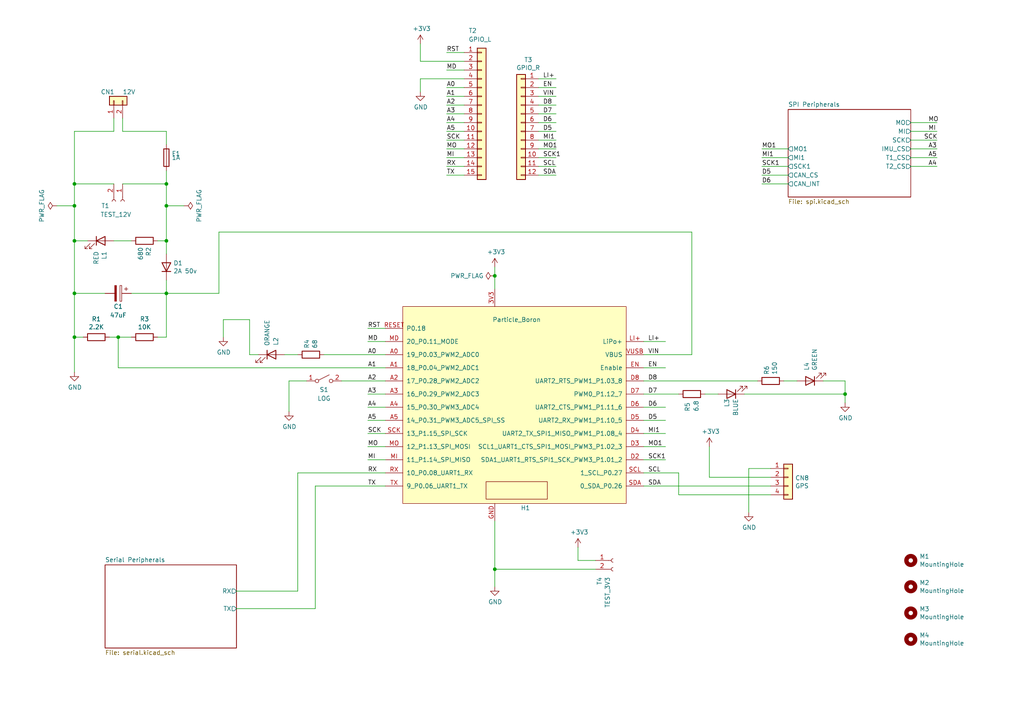
<source format=kicad_sch>
(kicad_sch (version 20211123) (generator eeschema)
  (paper "A4")
  (lib_symbols
    (symbol "Connector:Conn_01x02_Female" (pin_names (offset 1.016) hide)
      (property "Reference" "J" (at 0 2.54 0))
      (property "Value" "Conn_01x02_Female" (at 0 -5.08 0))
      (symbol "Conn_01x02_Female_1_1"
        (arc (start 0 -2.032) (mid -0.508 -2.54) (end 0 -3.048) (stroke (width 0.1524)))
        (polyline (pts (xy -1.27 -2.54) (xy -0.508 -2.54)) (stroke (width 0.1524)))
        (polyline (pts (xy -1.27 0) (xy -0.508 0)) (stroke (width 0.1524)))
        (arc (start 0 0.508) (mid -0.508 0) (end 0 -0.508) (stroke (width 0.1524)))
        (pin passive line (at -5.08 0 0) (length 3.81) (name "Pin_1") (number "1"))
        (pin passive line (at -5.08 -2.54 0) (length 3.81) (name "Pin_2") (number "2"))
      )
    )
    (symbol "Connector_Generic:Conn_01x02" (pin_names (offset 1.016) hide)
      (property "Reference" "J" (at 0 2.54 0))
      (property "Value" "Conn_01x02" (at 0 -5.08 0))
      (symbol "Conn_01x02_1_1"
        (rectangle (start -1.27 -2.413) (end 0 -2.667) (stroke (width 0.1524)))
        (rectangle (start -1.27 0.127) (end 0 -0.127) (stroke (width 0.1524)))
        (rectangle (start -1.27 1.27) (end 1.27 -3.81) (stroke (width 0.254)) (fill (type background)))
        (pin passive line (at -5.08 0 0) (length 3.81) (name "Pin_1") (number "1"))
        (pin passive line (at -5.08 -2.54 0) (length 3.81) (name "Pin_2") (number "2"))
      )
    )
    (symbol "Connector_Generic:Conn_01x04" (pin_names (offset 1.016) hide)
      (property "Reference" "J" (at 0 5.08 0))
      (property "Value" "Conn_01x04" (at 0 -7.62 0))
      (symbol "Conn_01x04_1_1"
        (rectangle (start -1.27 -4.953) (end 0 -5.207) (stroke (width 0.1524)))
        (rectangle (start -1.27 -2.413) (end 0 -2.667) (stroke (width 0.1524)))
        (rectangle (start -1.27 0.127) (end 0 -0.127) (stroke (width 0.1524)))
        (rectangle (start -1.27 2.667) (end 0 2.413) (stroke (width 0.1524)))
        (rectangle (start -1.27 3.81) (end 1.27 -6.35) (stroke (width 0.254)) (fill (type background)))
        (pin passive line (at -5.08 2.54 0) (length 3.81) (name "Pin_1") (number "1"))
        (pin passive line (at -5.08 0 0) (length 3.81) (name "Pin_2") (number "2"))
        (pin passive line (at -5.08 -2.54 0) (length 3.81) (name "Pin_3") (number "3"))
        (pin passive line (at -5.08 -5.08 0) (length 3.81) (name "Pin_4") (number "4"))
      )
    )
    (symbol "Connector_Generic:Conn_01x12" (pin_names (offset 1.016) hide)
      (property "Reference" "J" (at 0 15.24 0))
      (property "Value" "Conn_01x12" (at 0 -17.78 0))
      (symbol "Conn_01x12_1_1"
        (rectangle (start -1.27 -15.113) (end 0 -15.367) (stroke (width 0.1524)))
        (rectangle (start -1.27 -12.573) (end 0 -12.827) (stroke (width 0.1524)))
        (rectangle (start -1.27 -10.033) (end 0 -10.287) (stroke (width 0.1524)))
        (rectangle (start -1.27 -7.493) (end 0 -7.747) (stroke (width 0.1524)))
        (rectangle (start -1.27 -4.953) (end 0 -5.207) (stroke (width 0.1524)))
        (rectangle (start -1.27 -2.413) (end 0 -2.667) (stroke (width 0.1524)))
        (rectangle (start -1.27 0.127) (end 0 -0.127) (stroke (width 0.1524)))
        (rectangle (start -1.27 2.667) (end 0 2.413) (stroke (width 0.1524)))
        (rectangle (start -1.27 5.207) (end 0 4.953) (stroke (width 0.1524)))
        (rectangle (start -1.27 7.747) (end 0 7.493) (stroke (width 0.1524)))
        (rectangle (start -1.27 10.287) (end 0 10.033) (stroke (width 0.1524)))
        (rectangle (start -1.27 12.827) (end 0 12.573) (stroke (width 0.1524)))
        (rectangle (start -1.27 13.97) (end 1.27 -16.51) (stroke (width 0.254)) (fill (type background)))
        (pin passive line (at -5.08 12.7 0) (length 3.81) (name "Pin_1") (number "1"))
        (pin passive line (at -5.08 -10.16 0) (length 3.81) (name "Pin_10") (number "10"))
        (pin passive line (at -5.08 -12.7 0) (length 3.81) (name "Pin_11") (number "11"))
        (pin passive line (at -5.08 -15.24 0) (length 3.81) (name "Pin_12") (number "12"))
        (pin passive line (at -5.08 10.16 0) (length 3.81) (name "Pin_2") (number "2"))
        (pin passive line (at -5.08 7.62 0) (length 3.81) (name "Pin_3") (number "3"))
        (pin passive line (at -5.08 5.08 0) (length 3.81) (name "Pin_4") (number "4"))
        (pin passive line (at -5.08 2.54 0) (length 3.81) (name "Pin_5") (number "5"))
        (pin passive line (at -5.08 0 0) (length 3.81) (name "Pin_6") (number "6"))
        (pin passive line (at -5.08 -2.54 0) (length 3.81) (name "Pin_7") (number "7"))
        (pin passive line (at -5.08 -5.08 0) (length 3.81) (name "Pin_8") (number "8"))
        (pin passive line (at -5.08 -7.62 0) (length 3.81) (name "Pin_9") (number "9"))
      )
    )
    (symbol "Connector_Generic:Conn_01x15" (pin_names (offset 1.016) hide)
      (property "Reference" "J" (at 0 20.32 0))
      (property "Value" "Conn_01x15" (at 0 -20.32 0))
      (symbol "Conn_01x15_1_1"
        (rectangle (start -1.27 -17.653) (end 0 -17.907) (stroke (width 0.1524)))
        (rectangle (start -1.27 -15.113) (end 0 -15.367) (stroke (width 0.1524)))
        (rectangle (start -1.27 -12.573) (end 0 -12.827) (stroke (width 0.1524)))
        (rectangle (start -1.27 -10.033) (end 0 -10.287) (stroke (width 0.1524)))
        (rectangle (start -1.27 -7.493) (end 0 -7.747) (stroke (width 0.1524)))
        (rectangle (start -1.27 -4.953) (end 0 -5.207) (stroke (width 0.1524)))
        (rectangle (start -1.27 -2.413) (end 0 -2.667) (stroke (width 0.1524)))
        (rectangle (start -1.27 0.127) (end 0 -0.127) (stroke (width 0.1524)))
        (rectangle (start -1.27 2.667) (end 0 2.413) (stroke (width 0.1524)))
        (rectangle (start -1.27 5.207) (end 0 4.953) (stroke (width 0.1524)))
        (rectangle (start -1.27 7.747) (end 0 7.493) (stroke (width 0.1524)))
        (rectangle (start -1.27 10.287) (end 0 10.033) (stroke (width 0.1524)))
        (rectangle (start -1.27 12.827) (end 0 12.573) (stroke (width 0.1524)))
        (rectangle (start -1.27 15.367) (end 0 15.113) (stroke (width 0.1524)))
        (rectangle (start -1.27 17.907) (end 0 17.653) (stroke (width 0.1524)))
        (rectangle (start -1.27 19.05) (end 1.27 -19.05) (stroke (width 0.254)) (fill (type background)))
        (pin passive line (at -5.08 17.78 0) (length 3.81) (name "Pin_1") (number "1"))
        (pin passive line (at -5.08 -5.08 0) (length 3.81) (name "Pin_10") (number "10"))
        (pin passive line (at -5.08 -7.62 0) (length 3.81) (name "Pin_11") (number "11"))
        (pin passive line (at -5.08 -10.16 0) (length 3.81) (name "Pin_12") (number "12"))
        (pin passive line (at -5.08 -12.7 0) (length 3.81) (name "Pin_13") (number "13"))
        (pin passive line (at -5.08 -15.24 0) (length 3.81) (name "Pin_14") (number "14"))
        (pin passive line (at -5.08 -17.78 0) (length 3.81) (name "Pin_15") (number "15"))
        (pin passive line (at -5.08 15.24 0) (length 3.81) (name "Pin_2") (number "2"))
        (pin passive line (at -5.08 12.7 0) (length 3.81) (name "Pin_3") (number "3"))
        (pin passive line (at -5.08 10.16 0) (length 3.81) (name "Pin_4") (number "4"))
        (pin passive line (at -5.08 7.62 0) (length 3.81) (name "Pin_5") (number "5"))
        (pin passive line (at -5.08 5.08 0) (length 3.81) (name "Pin_6") (number "6"))
        (pin passive line (at -5.08 2.54 0) (length 3.81) (name "Pin_7") (number "7"))
        (pin passive line (at -5.08 0 0) (length 3.81) (name "Pin_8") (number "8"))
        (pin passive line (at -5.08 -2.54 0) (length 3.81) (name "Pin_9") (number "9"))
      )
    )
    (symbol "Device:Fuse" (pin_numbers hide) (pin_names (offset 0))
      (property "Reference" "F" (at 2.032 0 90))
      (property "Value" "Fuse" (at -1.905 0 90))
      (symbol "Fuse_0_1"
        (rectangle (start -0.762 -2.54) (end 0.762 2.54) (stroke (width 0.254)))
        (polyline (pts (xy 0 2.54) (xy 0 -2.54)))
      )
      (symbol "Fuse_1_1"
        (pin passive line (at 0 3.81 270) (length 1.27) (name "~") (number "1"))
        (pin passive line (at 0 -3.81 90) (length 1.27) (name "~") (number "2"))
      )
    )
    (symbol "Device:LED" (pin_numbers hide) (pin_names (offset 1.016) hide)
      (property "Reference" "D" (at 0 2.54 0))
      (property "Value" "LED" (at 0 -2.54 0))
      (symbol "LED_0_1"
        (polyline (pts (xy -1.27 -1.27) (xy -1.27 1.27)) (stroke (width 0.254)))
        (polyline (pts (xy -1.27 0) (xy 1.27 0)))
        (polyline (pts (xy 1.27 -1.27) (xy 1.27 1.27) (xy -1.27 0) (xy 1.27 -1.27)) (stroke (width 0.254)))
        (polyline (pts (xy -3.048 -0.762) (xy -4.572 -2.286) (xy -3.81 -2.286) (xy -4.572 -2.286) (xy -4.572 -1.524)))
        (polyline (pts (xy -1.778 -0.762) (xy -3.302 -2.286) (xy -2.54 -2.286) (xy -3.302 -2.286) (xy -3.302 -1.524)))
      )
      (symbol "LED_1_1"
        (pin passive line (at -3.81 0 0) (length 2.54) (name "K") (number "1"))
        (pin passive line (at 3.81 0 180) (length 2.54) (name "A") (number "2"))
      )
    )
    (symbol "Device:R" (pin_numbers hide) (pin_names (offset 0))
      (property "Reference" "R" (at 2.032 0 90))
      (property "Value" "R" (at 0 0 90))
      (symbol "R_0_1"
        (rectangle (start -1.016 -2.54) (end 1.016 2.54) (stroke (width 0.254)))
      )
      (symbol "R_1_1"
        (pin passive line (at 0 3.81 270) (length 1.27) (name "~") (number "1"))
        (pin passive line (at 0 -3.81 90) (length 1.27) (name "~") (number "2"))
      )
    )
    (symbol "Mechanical:MountingHole" (pin_names (offset 1.016))
      (property "Reference" "H" (at 0 5.08 0))
      (property "Value" "MountingHole" (at 0 3.175 0))
      (symbol "MountingHole_0_1"
        (circle (center 0 0) (radius 1.27) (stroke (width 1.27)))
      )
    )
    (symbol "Switch:SW_SPST" (pin_names (offset 0) hide)
      (property "Reference" "SW" (at 0 3.175 0))
      (property "Value" "SW_SPST" (at 0 -2.54 0))
      (symbol "SW_SPST_0_0"
        (circle (center -2.032 0) (radius 0.508))
        (polyline (pts (xy -1.524 0.254) (xy 1.524 1.778)))
        (circle (center 2.032 0) (radius 0.508))
      )
      (symbol "SW_SPST_1_1"
        (pin passive line (at -5.08 0 0) (length 2.54) (name "A") (number "1"))
        (pin passive line (at 5.08 0 180) (length 2.54) (name "B") (number "2"))
      )
    )
    (symbol "power:+3V3" (power) (pin_names (offset 0))
      (property "Value" "+3V3" (at 0 3.556 0))
      (symbol "+3V3_0_1"
        (polyline (pts (xy -0.762 1.27) (xy 0 2.54)))
        (polyline (pts (xy 0 0) (xy 0 2.54)))
        (polyline (pts (xy 0 2.54) (xy 0.762 1.27)))
      )
      (symbol "+3V3_1_1"
        (pin power_in line (at 0 0 90) (length 0) hide (name "+3V3") (number "1"))
      )
    )
    (symbol "power:GND" (power) (pin_names (offset 0))
      (property "Value" "GND" (at 0 -3.81 0))
      (symbol "GND_0_1"
        (polyline (pts (xy 0 0) (xy 0 -1.27) (xy 1.27 -1.27) (xy 0 -2.54) (xy -1.27 -1.27) (xy 0 -1.27)))
      )
      (symbol "GND_1_1"
        (pin power_in line (at 0 0 270) (length 0) hide (name "GND") (number "1"))
      )
    )
    (symbol "power:PWR_FLAG" (power) (pin_numbers hide) (pin_names (offset 0) hide)
      (property "Value" "PWR_FLAG" (at 0 3.81 0))
      (symbol "PWR_FLAG_0_0"
        (pin power_out line (at 0 0 90) (length 0) (name "pwr") (number "1"))
      )
      (symbol "PWR_FLAG_0_1"
        (polyline (pts (xy 0 0) (xy 0 1.27) (xy -1.016 1.905) (xy 0 2.54) (xy 1.016 1.905) (xy 0 1.27)))
      )
    )
    (symbol "telemetry-pcb-rescue:CP-Device" (pin_numbers hide) (pin_names (offset 0.254))
      (property "Reference" "C" (at 0.635 2.54 0))
      (property "Value" "CP-Device" (at 0.635 -2.54 0))
      (symbol "CP-Device_0_1"
        (rectangle (start -2.286 0.508) (end 2.286 1.016))
        (polyline (pts (xy -1.778 2.286) (xy -0.762 2.286)))
        (polyline (pts (xy -1.27 2.794) (xy -1.27 1.778)))
        (rectangle (start 2.286 -0.508) (end -2.286 -1.016) (fill (type outline)))
      )
      (symbol "CP-Device_1_1"
        (pin passive line (at 0 3.81 270) (length 2.794) (name "~") (number "1"))
        (pin passive line (at 0 -3.81 90) (length 2.794) (name "~") (number "2"))
      )
    )
    (symbol "telemetry-pcb-rescue:D-Device" (pin_numbers hide) (pin_names (offset 1.016) hide)
      (property "Reference" "D" (at 0 2.54 0))
      (property "Value" "D-Device" (at 0 -2.54 0))
      (symbol "D-Device_0_1"
        (polyline (pts (xy -1.27 1.27) (xy -1.27 -1.27)) (stroke (width 0.254)))
        (polyline (pts (xy 1.27 0) (xy -1.27 0)))
        (polyline (pts (xy 1.27 1.27) (xy 1.27 -1.27) (xy -1.27 0) (xy 1.27 1.27)) (stroke (width 0.254)))
      )
      (symbol "D-Device_1_1"
        (pin output line (at -3.81 0 0) (length 2.54) (name "K") (number "1"))
        (pin passive line (at 3.81 0 180) (length 2.54) (name "A") (number "2"))
      )
    )
    (symbol "telemetry-pcb-rescue:Particle_Boron-particle-telemetry-pcb-rescue-telemetry-pcb-rescue" (pin_names (offset 1.016))
      (property "Reference" "A" (at -21.59 29.21 0))
      (property "Value" "Particle_Boron-particle-telemetry-pcb-rescue-telemetry-pcb-rescue" (at 1.27 -27.94 0))
      (symbol "Particle_Boron-particle-telemetry-pcb-rescue-telemetry-pcb-rescue_0_1"
        (rectangle (start -31.75 25.4) (end 33.02 -31.75) (fill (type background)))
        (rectangle (start -7.62 -25.4) (end 10.16 -30.48))
      )
      (symbol "Particle_Boron-particle-telemetry-pcb-rescue-telemetry-pcb-rescue_1_1"
        (pin power_in line (at -5.08 30.48 270) (length 5.08) (name "~") (number "3V3"))
        (pin bidirectional line (at -36.83 11.43 0) (length 5.08) (name "19_P0.03_PWM2_ADC0") (number "A0"))
        (pin bidirectional line (at -36.83 7.62 0) (length 5.08) (name "18_P0.04_PWM2_ADC1") (number "A1"))
        (pin bidirectional line (at -36.83 3.81 0) (length 5.08) (name "17_P0.28_PWM2_ADC2") (number "A2"))
        (pin bidirectional line (at -36.83 0 0) (length 5.08) (name "16_P0.29_PWM2_ADC3") (number "A3"))
        (pin bidirectional line (at -36.83 -3.81 0) (length 5.08) (name "15_P0.30_PWM3_ADC4") (number "A4"))
        (pin bidirectional line (at -36.83 -7.62 0) (length 5.08) (name "14_P0.31_PWM3_ADC5_SPI_SS") (number "A5"))
        (pin bidirectional line (at 38.1 -19.05 180) (length 5.08) (name "SDA1_UART1_RTS_SPI1_SCK_PWM3_P1.01_2") (number "D2"))
        (pin bidirectional line (at 38.1 -15.24 180) (length 5.08) (name "SCL1_UART1_CTS_SPI1_MOSI_PWM3_P1.02_3") (number "D3"))
        (pin bidirectional line (at 38.1 -11.43 180) (length 5.08) (name "UART2_TX_SPI1_MISO_PWM1_P1.08_4") (number "D4"))
        (pin bidirectional line (at 38.1 -7.62 180) (length 5.08) (name "UART2_RX_PWM1_P1.10_5") (number "D5"))
        (pin bidirectional line (at 38.1 -3.81 180) (length 5.08) (name "UART2_CTS_PWM1_P1.11_6") (number "D6"))
        (pin bidirectional line (at 38.1 0 180) (length 5.08) (name "PWM0_P1.12_7") (number "D7"))
        (pin bidirectional line (at 38.1 3.81 180) (length 5.08) (name "UART2_RTS_PWM1_P1.03_8") (number "D8"))
        (pin passive line (at 38.1 7.62 180) (length 5.08) (name "Enable") (number "EN"))
        (pin power_in line (at -5.08 -36.83 90) (length 5.08) (name "~") (number "GND"))
        (pin bidirectional line (at 38.1 15.24 180) (length 5.08) (name "LiPo+") (number "LI+"))
        (pin passive line (at -36.83 15.24 0) (length 5.08) (name "20_P0.11_MODE") (number "MD"))
        (pin bidirectional line (at -36.83 -19.05 0) (length 5.08) (name "11_P1.14_SPI_MISO") (number "MI"))
        (pin bidirectional line (at -36.83 -15.24 0) (length 5.08) (name "12_P1.13_SPI_MOSI") (number "MO"))
        (pin passive line (at -36.83 19.05 0) (length 5.08) (name "P0.18") (number "RESET"))
        (pin input line (at -36.83 -22.86 0) (length 5.08) (name "10_P0.08_UART1_RX") (number "RX"))
        (pin bidirectional line (at -36.83 -11.43 0) (length 5.08) (name "13_P1.15_SPI_SCK") (number "SCK"))
        (pin bidirectional line (at 38.1 -22.86 180) (length 5.08) (name "1_SCL_P0.27") (number "SCL"))
        (pin bidirectional line (at 38.1 -26.67 180) (length 5.08) (name "0_SDA_P0.26") (number "SDA"))
        (pin output line (at -36.83 -26.67 0) (length 5.08) (name "9_P0.06_UART1_TX") (number "TX"))
        (pin power_in line (at 38.1 11.43 180) (length 5.08) (name "VBUS") (number "VUSB"))
      )
    )
  )
  (junction (at 143.51 165.1))
  (junction (at 245.11 114.3))
  (junction (at 21.59 69.85))
  (junction (at 48.26 69.85))
  (junction (at 143.51 80.01))
  (junction (at 48.26 53.34))
  (junction (at 21.59 85.09))
  (junction (at 34.29 97.79))
  (junction (at 48.26 85.09))
  (junction (at 21.59 97.79))
  (junction (at 48.26 59.69))
  (junction (at 21.59 59.69))
  (junction (at 21.59 53.34))
  (wire (pts (xy 134.62 50.8) (xy 129.54 50.8)))
  (wire (pts (xy 48.26 41.91) (xy 48.26 38.1)))
  (wire (pts (xy 134.62 25.4) (xy 129.54 25.4)))
  (wire (pts (xy 83.82 110.49) (xy 83.82 119.38)))
  (wire (pts (xy 21.59 85.09) (xy 21.59 97.79)))
  (wire (pts (xy 48.26 53.34) (xy 48.26 59.69)))
  (wire (pts (xy 186.69 125.73) (xy 193.04 125.73)))
  (wire (pts (xy 25.4 69.85) (xy 21.59 69.85)))
  (wire (pts (xy 111.76 99.06) (xy 106.68 99.06)))
  (wire (pts (xy 21.59 38.1) (xy 21.59 53.34)))
  (wire (pts (xy 186.69 133.35) (xy 193.04 133.35)))
  (wire (pts (xy 186.69 140.97) (xy 223.52 140.97)))
  (wire (pts (xy 161.29 48.26) (xy 156.21 48.26)))
  (wire (pts (xy 88.9 110.49) (xy 83.82 110.49)))
  (wire (pts (xy 161.29 27.94) (xy 156.21 27.94)))
  (wire (pts (xy 161.29 43.18) (xy 156.21 43.18)))
  (wire (pts (xy 48.26 81.28) (xy 48.26 85.09)))
  (wire (pts (xy 186.69 118.11) (xy 193.04 118.11)))
  (wire (pts (xy 186.69 129.54) (xy 193.04 129.54)))
  (wire (pts (xy 161.29 45.72) (xy 156.21 45.72)))
  (wire (pts (xy 161.29 38.1) (xy 156.21 38.1)))
  (wire (pts (xy 156.21 30.48) (xy 161.29 30.48)))
  (wire (pts (xy 220.98 45.72) (xy 228.6 45.72)))
  (wire (pts (xy 186.69 137.16) (xy 196.85 137.16)))
  (wire (pts (xy 228.6 43.18) (xy 220.98 43.18)))
  (wire (pts (xy 31.75 97.79) (xy 34.29 97.79)))
  (wire (pts (xy 48.26 49.53) (xy 48.26 53.34)))
  (wire (pts (xy 45.72 97.79) (xy 48.26 97.79)))
  (wire (pts (xy 143.51 165.1) (xy 143.51 170.18)))
  (wire (pts (xy 35.56 38.1) (xy 48.26 38.1)))
  (wire (pts (xy 74.93 102.87) (xy 72.39 102.87)))
  (wire (pts (xy 205.74 129.54) (xy 205.74 138.43)))
  (wire (pts (xy 86.36 102.87) (xy 82.55 102.87)))
  (wire (pts (xy 21.59 85.09) (xy 30.48 85.09)))
  (wire (pts (xy 223.52 143.51) (xy 196.85 143.51)))
  (wire (pts (xy 121.92 12.7) (xy 121.92 17.78)))
  (wire (pts (xy 34.29 97.79) (xy 38.1 97.79)))
  (wire (pts (xy 21.59 38.1) (xy 33.02 38.1)))
  (wire (pts (xy 134.62 30.48) (xy 129.54 30.48)))
  (wire (pts (xy 64.77 92.71) (xy 72.39 92.71)))
  (wire (pts (xy 16.51 59.69) (xy 21.59 59.69)))
  (wire (pts (xy 186.69 121.92) (xy 193.04 121.92)))
  (wire (pts (xy 111.76 129.54) (xy 106.68 129.54)))
  (wire (pts (xy 48.26 85.09) (xy 48.26 97.79)))
  (wire (pts (xy 134.62 43.18) (xy 129.54 43.18)))
  (wire (pts (xy 63.5 67.31) (xy 63.5 85.09)))
  (wire (pts (xy 200.66 67.31) (xy 200.66 102.87)))
  (wire (pts (xy 86.36 137.16) (xy 111.76 137.16)))
  (wire (pts (xy 21.59 97.79) (xy 24.13 97.79)))
  (wire (pts (xy 45.72 69.85) (xy 48.26 69.85)))
  (wire (pts (xy 134.62 45.72) (xy 129.54 45.72)))
  (wire (pts (xy 161.29 50.8) (xy 156.21 50.8)))
  (wire (pts (xy 134.62 15.24) (xy 129.54 15.24)))
  (wire (pts (xy 223.52 135.89) (xy 217.17 135.89)))
  (wire (pts (xy 220.98 53.34) (xy 228.6 53.34)))
  (wire (pts (xy 264.16 38.1) (xy 271.78 38.1)))
  (wire (pts (xy 134.62 27.94) (xy 129.54 27.94)))
  (wire (pts (xy 167.64 162.56) (xy 167.64 158.75)))
  (wire (pts (xy 91.44 140.97) (xy 111.76 140.97)))
  (wire (pts (xy 172.72 162.56) (xy 167.64 162.56)))
  (wire (pts (xy 264.16 35.56) (xy 271.78 35.56)))
  (wire (pts (xy 111.76 125.73) (xy 106.68 125.73)))
  (wire (pts (xy 271.78 43.18) (xy 264.16 43.18)))
  (wire (pts (xy 186.69 114.3) (xy 196.85 114.3)))
  (wire (pts (xy 271.78 45.72) (xy 264.16 45.72)))
  (wire (pts (xy 86.36 171.45) (xy 86.36 137.16)))
  (wire (pts (xy 34.29 106.68) (xy 111.76 106.68)))
  (wire (pts (xy 271.78 40.64) (xy 264.16 40.64)))
  (wire (pts (xy 134.62 22.86) (xy 121.92 22.86)))
  (wire (pts (xy 111.76 95.25) (xy 106.68 95.25)))
  (wire (pts (xy 205.74 138.43) (xy 223.52 138.43)))
  (wire (pts (xy 64.77 92.71) (xy 64.77 97.79)))
  (wire (pts (xy 99.06 110.49) (xy 111.76 110.49)))
  (wire (pts (xy 161.29 40.64) (xy 156.21 40.64)))
  (wire (pts (xy 161.29 22.86) (xy 156.21 22.86)))
  (wire (pts (xy 220.98 50.8) (xy 228.6 50.8)))
  (wire (pts (xy 63.5 67.31) (xy 200.66 67.31)))
  (wire (pts (xy 121.92 26.67) (xy 121.92 22.86)))
  (wire (pts (xy 245.11 114.3) (xy 245.11 116.84)))
  (wire (pts (xy 161.29 25.4) (xy 156.21 25.4)))
  (wire (pts (xy 21.59 59.69) (xy 21.59 69.85)))
  (wire (pts (xy 196.85 143.51) (xy 196.85 137.16)))
  (wire (pts (xy 217.17 135.89) (xy 217.17 148.59)))
  (wire (pts (xy 134.62 48.26) (xy 129.54 48.26)))
  (wire (pts (xy 238.76 110.49) (xy 245.11 110.49)))
  (wire (pts (xy 200.66 102.87) (xy 186.69 102.87)))
  (wire (pts (xy 143.51 165.1) (xy 172.72 165.1)))
  (wire (pts (xy 33.02 34.29) (xy 33.02 38.1)))
  (wire (pts (xy 143.51 80.01) (xy 143.51 83.82)))
  (wire (pts (xy 106.68 114.3) (xy 111.76 114.3)))
  (wire (pts (xy 111.76 133.35) (xy 106.68 133.35)))
  (wire (pts (xy 186.69 110.49) (xy 219.71 110.49)))
  (wire (pts (xy 134.62 40.64) (xy 129.54 40.64)))
  (wire (pts (xy 215.9 114.3) (xy 245.11 114.3)))
  (wire (pts (xy 21.59 97.79) (xy 21.59 107.95)))
  (wire (pts (xy 91.44 176.53) (xy 91.44 140.97)))
  (wire (pts (xy 129.54 35.56) (xy 134.62 35.56)))
  (wire (pts (xy 35.56 34.29) (xy 35.56 38.1)))
  (wire (pts (xy 143.51 151.13) (xy 143.51 165.1)))
  (wire (pts (xy 227.33 110.49) (xy 231.14 110.49)))
  (wire (pts (xy 68.58 171.45) (xy 86.36 171.45)))
  (wire (pts (xy 48.26 69.85) (xy 48.26 73.66)))
  (wire (pts (xy 220.98 48.26) (xy 228.6 48.26)))
  (wire (pts (xy 134.62 33.02) (xy 129.54 33.02)))
  (wire (pts (xy 72.39 102.87) (xy 72.39 92.71)))
  (wire (pts (xy 34.29 97.79) (xy 34.29 106.68)))
  (wire (pts (xy 93.98 102.87) (xy 111.76 102.87)))
  (wire (pts (xy 186.69 99.06) (xy 193.04 99.06)))
  (wire (pts (xy 35.56 53.34) (xy 48.26 53.34)))
  (wire (pts (xy 121.92 17.78) (xy 134.62 17.78)))
  (wire (pts (xy 48.26 59.69) (xy 48.26 69.85)))
  (wire (pts (xy 156.21 33.02) (xy 161.29 33.02)))
  (wire (pts (xy 161.29 35.56) (xy 156.21 35.56)))
  (wire (pts (xy 204.47 114.3) (xy 208.28 114.3)))
  (wire (pts (xy 38.1 69.85) (xy 33.02 69.85)))
  (wire (pts (xy 134.62 20.32) (xy 129.54 20.32)))
  (wire (pts (xy 271.78 48.26) (xy 264.16 48.26)))
  (wire (pts (xy 48.26 85.09) (xy 63.5 85.09)))
  (wire (pts (xy 186.69 106.68) (xy 193.04 106.68)))
  (wire (pts (xy 134.62 38.1) (xy 129.54 38.1)))
  (wire (pts (xy 21.59 69.85) (xy 21.59 85.09)))
  (wire (pts (xy 48.26 85.09) (xy 38.1 85.09)))
  (wire (pts (xy 68.58 176.53) (xy 91.44 176.53)))
  (wire (pts (xy 245.11 110.49) (xy 245.11 114.3)))
  (wire (pts (xy 111.76 121.92) (xy 106.68 121.92)))
  (wire (pts (xy 48.26 59.69) (xy 53.34 59.69)))
  (wire (pts (xy 21.59 53.34) (xy 33.02 53.34)))
  (wire (pts (xy 111.76 118.11) (xy 106.68 118.11)))
  (wire (pts (xy 21.59 53.34) (xy 21.59 59.69)))
  (wire (pts (xy 143.51 77.47) (xy 143.51 80.01)))
  (label "MO" (at 129.54 43.18 0))
  (label "SCK" (at 129.54 40.64 0))
  (label "SCL" (at 187.96 137.16 0))
  (label "EN" (at 157.48 25.4 0))
  (label "TX" (at 129.54 50.8 0))
  (label "SCK1" (at 187.96 133.35 0))
  (label "A3" (at 269.24 43.18 0))
  (label "MI" (at 269.24 38.1 0))
  (label "D6" (at 187.96 118.11 0))
  (label "A3" (at 106.68 114.3 0))
  (label "SDA" (at 187.96 140.97 0))
  (label "A2" (at 106.68 110.49 0))
  (label "MO1" (at 157.48 43.18 0))
  (label "D6" (at 157.48 35.56 0))
  (label "D6" (at 220.98 53.34 0))
  (label "EN" (at 187.96 106.68 0))
  (label "VIN" (at 187.96 102.87 0))
  (label "SCK1" (at 220.98 48.26 0))
  (label "TX" (at 106.68 140.97 0))
  (label "A5" (at 129.54 38.1 0))
  (label "MO" (at 269.24 35.56 0))
  (label "MD" (at 129.54 20.32 0))
  (label "SDA" (at 157.48 50.8 0))
  (label "D8" (at 187.96 110.49 0))
  (label "D5" (at 220.98 50.8 0))
  (label "SCK" (at 106.68 125.73 0))
  (label "LI+" (at 157.48 22.86 0))
  (label "A4" (at 106.68 118.11 0))
  (label "VIN" (at 157.48 27.94 0))
  (label "MO" (at 106.68 129.54 0))
  (label "RX" (at 106.68 137.16 0))
  (label "RX" (at 129.54 48.26 0))
  (label "D7" (at 157.48 33.02 0))
  (label "LI+" (at 187.96 99.06 0))
  (label "D7" (at 187.96 114.3 0))
  (label "MI1" (at 157.48 40.64 0))
  (label "MI" (at 129.54 45.72 0))
  (label "A0" (at 106.68 102.87 0))
  (label "SCK" (at 267.97 40.64 0))
  (label "MO1" (at 220.98 43.18 0))
  (label "D5" (at 187.96 121.92 0))
  (label "A4" (at 269.24 48.26 0))
  (label "MI1" (at 220.98 45.72 0))
  (label "SCL" (at 157.48 48.26 0))
  (label "A5" (at 269.24 45.72 0))
  (label "RST" (at 129.54 15.24 0))
  (label "A1" (at 106.68 106.68 0))
  (label "D5" (at 157.48 38.1 0))
  (label "MI1" (at 187.96 125.73 0))
  (label "RST" (at 106.68 95.25 0))
  (label "SCK1" (at 157.48 45.72 0))
  (label "A1" (at 129.54 27.94 0))
  (label "A0" (at 129.54 25.4 0))
  (label "MO1" (at 187.96 129.54 0))
  (label "A4" (at 129.54 35.56 0))
  (label "MI" (at 106.68 133.35 0))
  (label "MD" (at 106.68 99.06 0))
  (label "A5" (at 106.68 121.92 0))
  (label "D8" (at 157.48 30.48 0))
  (label "A3" (at 129.54 33.02 0))
  (label "A2" (at 129.54 30.48 0))
  (symbol (lib_id "telemetry-pcb-rescue:Particle_Boron-particle-telemetry-pcb-rescue-telemetry-pcb-rescue") (at 148.59 114.3 0) (unit 1)
    (property "Reference" "H1" (at 152.4 147.32 0))
    (property "Value" "Particle_Boron" (at 149.86 92.71 0))
    (property "Footprint" "telemetry-pcb:Particle_boron" (effects hide))
  )
  (symbol (lib_id "Connector_Generic:Conn_01x15") (at 139.7 33.02 0) (unit 1)
    (property "Reference" "T2" (at 135.89 8.89 0) (effects (justify left)))
    (property "Value" "GPIO_L" (at 135.89 11.43 0) (effects (justify left)))
    (property "Footprint" "telemetry-pcb:Boron_Pins_L" (effects hide))
  )
  (symbol (lib_id "Connector_Generic:Conn_01x12") (at 151.13 35.56 0) (mirror y) (unit 1)
    (property "Reference" "T3" (at 153.2128 17.3482 0))
    (property "Value" "GPIO_R" (at 153.2128 19.6596 0))
    (property "Footprint" "telemetry-pcb:Boron_Pins_R" (effects hide))
  )
  (symbol (lib_id "power:+3V3") (at 143.51 77.47 0) (unit 1)
    (property "Reference" "#PWR06" (effects hide))
    (property "Value" "+3V3" (at 143.891 73.0758 0))
  )
  (symbol (lib_id "power:GND") (at 143.51 170.18 0) (unit 1)
    (property "Reference" "#PWR07" (effects hide))
    (property "Value" "GND" (at 143.637 174.5742 0))
  )
  (symbol (lib_id "power:+3V3") (at 121.92 12.7 0) (unit 1)
    (property "Reference" "#PWR04" (effects hide))
    (property "Value" "+3V3" (at 122.301 8.3058 0))
  )
  (symbol (lib_id "power:PWR_FLAG") (at 143.51 80.01 90) (unit 1)
    (property "Reference" "#FLG03" (effects hide))
    (property "Value" "PWR_FLAG" (at 140.2842 80.01 90) (effects (justify left)))
  )
  (symbol (lib_id "Device:LED") (at 234.95 110.49 180) (unit 1)
    (property "Reference" "L4" (at 233.9594 107.4928 90) (effects (justify right)))
    (property "Value" "GREEN" (at 236.2708 107.4928 90) (effects (justify right)))
    (property "Footprint" "LED_SMD:LED_0805_2012Metric" (effects hide))
  )
  (symbol (lib_id "Device:LED") (at 212.09 114.3 180) (unit 1)
    (property "Reference" "L3" (at 210.82 118.11 90) (effects (justify right)))
    (property "Value" "BLUE" (at 213.36 120.65 90) (effects (justify right)))
    (property "Footprint" "LED_SMD:LED_0805_2012Metric" (effects hide))
  )
  (symbol (lib_id "Device:LED") (at 78.74 102.87 0) (unit 1)
    (property "Reference" "L2" (at 80.01 97.79 90) (effects (justify right)))
    (property "Value" "ORANGE" (at 77.47 92.71 90) (effects (justify right)))
    (property "Footprint" "LED_SMD:LED_0805_2012Metric" (effects hide))
  )
  (symbol (lib_id "Device:R") (at 223.52 110.49 90) (unit 1)
    (property "Reference" "R6" (at 222.3516 108.712 0) (effects (justify left)))
    (property "Value" "150" (at 224.663 108.712 0) (effects (justify left)))
    (property "Footprint" "Resistor_SMD:R_0805_2012Metric" (effects hide))
  )
  (symbol (lib_id "Device:R") (at 200.66 114.3 90) (unit 1)
    (property "Reference" "R5" (at 199.39 119.38 0) (effects (justify left)))
    (property "Value" "6.8" (at 201.93 119.38 0) (effects (justify left)))
    (property "Footprint" "Resistor_SMD:R_0805_2012Metric" (effects hide))
  )
  (symbol (lib_id "Device:R") (at 90.17 102.87 90) (unit 1)
    (property "Reference" "R4" (at 89.0016 101.092 0) (effects (justify left)))
    (property "Value" "68" (at 91.313 101.092 0) (effects (justify left)))
    (property "Footprint" "Resistor_SMD:R_0805_2012Metric" (effects hide))
  )
  (symbol (lib_id "power:+3V3") (at 205.74 129.54 0) (unit 1)
    (property "Reference" "#PWR09" (effects hide))
    (property "Value" "+3V3" (at 206.121 125.1458 0))
  )
  (symbol (lib_id "power:GND") (at 121.92 26.67 0) (unit 1)
    (property "Reference" "#PWR05" (effects hide))
    (property "Value" "GND" (at 122.047 31.0642 0))
  )
  (symbol (lib_id "power:GND") (at 217.17 148.59 0) (unit 1)
    (property "Reference" "#PWR010" (effects hide))
    (property "Value" "GND" (at 217.297 152.9842 0))
  )
  (symbol (lib_id "power:GND") (at 245.11 116.84 0) (unit 1)
    (property "Reference" "#PWR011" (effects hide))
    (property "Value" "GND" (at 245.237 121.2342 0))
  )
  (symbol (lib_id "power:GND") (at 83.82 119.38 0) (unit 1)
    (property "Reference" "#PWR03" (effects hide))
    (property "Value" "GND" (at 83.947 123.7742 0))
  )
  (symbol (lib_id "power:GND") (at 64.77 97.79 0) (unit 1)
    (property "Reference" "#PWR02" (effects hide))
    (property "Value" "GND" (at 64.897 102.1842 0))
  )
  (symbol (lib_id "Connector:Conn_01x02_Female") (at 177.8 162.56 0) (unit 1)
    (property "Reference" "T4" (at 173.8884 167.3352 90) (effects (justify right)))
    (property "Value" "TEST_3V3" (at 176.1998 167.3352 90) (effects (justify right)))
    (property "Footprint" "TestPoint:TestPoint_2Pads_Pitch2.54mm_Drill0.8mm" (effects hide))
  )
  (symbol (lib_id "power:+3V3") (at 167.64 158.75 0) (unit 1)
    (property "Reference" "#PWR08" (effects hide))
    (property "Value" "+3V3" (at 168.021 154.3558 0))
  )
  (symbol (lib_id "Connector_Generic:Conn_01x02") (at 33.02 29.21 90) (unit 1)
    (property "Reference" "CN1" (at 29.21 26.67 90) (effects (justify right)))
    (property "Value" "12V" (at 35.56 26.67 90) (effects (justify right)))
    (property "Footprint" "telemetry-pcb:molex_sl_1x02_horizontal" (effects hide))
  )
  (symbol (lib_id "Mechanical:MountingHole") (at 264.16 170.18 0) (unit 1)
    (property "Reference" "M2" (at 266.7 169.0116 0) (effects (justify left)))
    (property "Value" "MountingHole" (at 266.7 171.323 0) (effects (justify left)))
    (property "Footprint" "MountingHole:MountingHole_3.2mm_M3" (effects hide))
  )
  (symbol (lib_id "Mechanical:MountingHole") (at 264.16 177.8 0) (unit 1)
    (property "Reference" "M3" (at 266.7 176.6316 0) (effects (justify left)))
    (property "Value" "MountingHole" (at 266.7 178.943 0) (effects (justify left)))
    (property "Footprint" "MountingHole:MountingHole_3.2mm_M3" (effects hide))
  )
  (symbol (lib_id "Mechanical:MountingHole") (at 264.16 185.42 0) (unit 1)
    (property "Reference" "M4" (at 266.7 184.2516 0) (effects (justify left)))
    (property "Value" "MountingHole" (at 266.7 186.563 0) (effects (justify left)))
    (property "Footprint" "MountingHole:MountingHole_3.2mm_M3" (effects hide))
  )
  (symbol (lib_id "Mechanical:MountingHole") (at 264.16 162.56 0) (unit 1)
    (property "Reference" "M1" (at 266.7 161.3916 0) (effects (justify left)))
    (property "Value" "MountingHole" (at 266.7 163.703 0) (effects (justify left)))
    (property "Footprint" "MountingHole:MountingHole_3.2mm_M3" (effects hide))
  )
  (symbol (lib_id "Device:R") (at 41.91 69.85 270) (unit 1)
    (property "Reference" "R2" (at 43.0784 71.628 0) (effects (justify left)))
    (property "Value" "680" (at 40.767 71.628 0) (effects (justify left)))
    (property "Footprint" "Resistor_SMD:R_0805_2012Metric" (effects hide))
  )
  (symbol (lib_id "Device:LED") (at 29.21 69.85 0) (unit 1)
    (property "Reference" "L1" (at 30.2006 72.8472 90) (effects (justify right)))
    (property "Value" "RED" (at 27.8892 72.8472 90) (effects (justify right)))
    (property "Footprint" "LED_SMD:LED_0805_2012Metric" (effects hide))
  )
  (symbol (lib_id "telemetry-pcb-rescue:D-Device") (at 48.26 77.47 90) (unit 1)
    (property "Reference" "D1" (at 50.292 76.3016 90) (effects (justify right)))
    (property "Value" "2A 50v" (at 50.292 78.613 90) (effects (justify right)))
    (property "Footprint" "Diode_SMD:D_SMA" (effects hide))
  )
  (symbol (lib_id "telemetry-pcb-rescue:CP-Device") (at 34.29 85.09 270) (unit 1)
    (property "Reference" "C1" (at 34.29 88.9 90))
    (property "Value" "47uF" (at 34.29 91.44 90))
    (property "Footprint" "Capacitor_SMD:CP_Elec_6.3x5.4" (effects hide))
  )
  (symbol (lib_id "Connector:Conn_01x02_Female") (at 35.56 58.42 270) (unit 1)
    (property "Reference" "T1" (at 31.75 59.69 90) (effects (justify right)))
    (property "Value" "TEST_12V" (at 38.1 62.23 90) (effects (justify right)))
    (property "Footprint" "TestPoint:TestPoint_2Pads_Pitch2.54mm_Drill0.8mm" (effects hide))
  )
  (symbol (lib_id "Device:Fuse") (at 48.26 45.72 0) (unit 1)
    (property "Reference" "F1" (at 49.784 44.5516 0) (effects (justify left)))
    (property "Value" "1A" (at 49.784 45.72 0) (effects (justify left)))
    (property "Footprint" "telemetry-pcb:0154001.DRL" (effects hide))
  )
  (symbol (lib_id "Device:R") (at 41.91 97.79 90) (unit 1)
    (property "Reference" "R3" (at 41.91 92.5322 90))
    (property "Value" "10K" (at 41.91 94.8436 90))
    (property "Footprint" "Resistor_SMD:R_0805_2012Metric" (effects hide))
  )
  (symbol (lib_id "Device:R") (at 27.94 97.79 90) (unit 1)
    (property "Reference" "R1" (at 27.94 92.5322 90))
    (property "Value" "2.2K" (at 27.94 94.8436 90))
    (property "Footprint" "Resistor_SMD:R_0805_2012Metric" (effects hide))
  )
  (symbol (lib_id "power:PWR_FLAG") (at 16.51 59.69 90) (unit 1)
    (property "Reference" "#FLG01" (effects hide))
    (property "Value" "PWR_FLAG" (at 12.1158 59.69 0))
  )
  (symbol (lib_id "power:PWR_FLAG") (at 53.34 59.69 270) (unit 1)
    (property "Reference" "#FLG02" (effects hide))
    (property "Value" "PWR_FLAG" (at 57.7342 59.69 0))
  )
  (symbol (lib_id "Connector_Generic:Conn_01x04") (at 228.6 138.43 0) (unit 1)
    (property "Reference" "CN8" (at 230.632 138.6332 0) (effects (justify left)))
    (property "Value" "GPS" (at 230.632 140.9446 0) (effects (justify left)))
    (property "Footprint" "Connector_JST:JST_GH_SM04B-GHS-TB_1x04-1MP_P1.25mm_Horizontal" (effects hide))
  )
  (symbol (lib_id "power:GND") (at 21.59 107.95 0) (unit 1)
    (property "Reference" "#PWR01" (effects hide))
    (property "Value" "GND" (at 21.717 112.3442 0))
  )
  (symbol (lib_id "Switch:SW_SPST") (at 93.98 110.49 0) (unit 1)
    (property "Reference" "S1" (at 93.98 113.03 0))
    (property "Value" "LOG" (at 93.98 115.57 0))
    (property "Footprint" "Button_Switch_THT:SW_PUSH_6mm_H13mm" (effects hide))
  )
  (sheet (at 30.48 163.83) (size 38.1 24.13)
    (property "Sheet name" "Serial Peripherals" (at 30.48 163.1184 0) (effects (justify left bottom)))
    (property "Sheet file" "serial.kicad_sch" (at 30.48 188.5446 0) (effects (justify left top)))
    (pin "RX" output (at 68.58 171.45 0))
    (pin "TX" output (at 68.58 176.53 0))
  )
  (sheet (at 228.6 31.75) (size 35.56 25.4)
    (property "Sheet name" "SPI Peripherals" (at 228.6 31.0384 0) (effects (justify left bottom)))
    (property "Sheet file" "spi.kicad_sch" (at 228.6 57.7346 0) (effects (justify left top)))
    (pin "MO1" output (at 228.6 43.18 180))
    (pin "MI1" output (at 228.6 45.72 180))
    (pin "CAN_CS" output (at 228.6 50.8 180))
    (pin "SCK1" output (at 228.6 48.26 180))
    (pin "CAN_INT" output (at 228.6 53.34 180))
    (pin "SCK" output (at 264.16 40.64 0))
    (pin "MO" output (at 264.16 35.56 0))
    (pin "MI" output (at 264.16 38.1 0))
    (pin "IMU_CS" output (at 264.16 43.18 0))
    (pin "T1_CS" output (at 264.16 45.72 0))
    (pin "T2_CS" output (at 264.16 48.26 0))
  )
)
</source>
